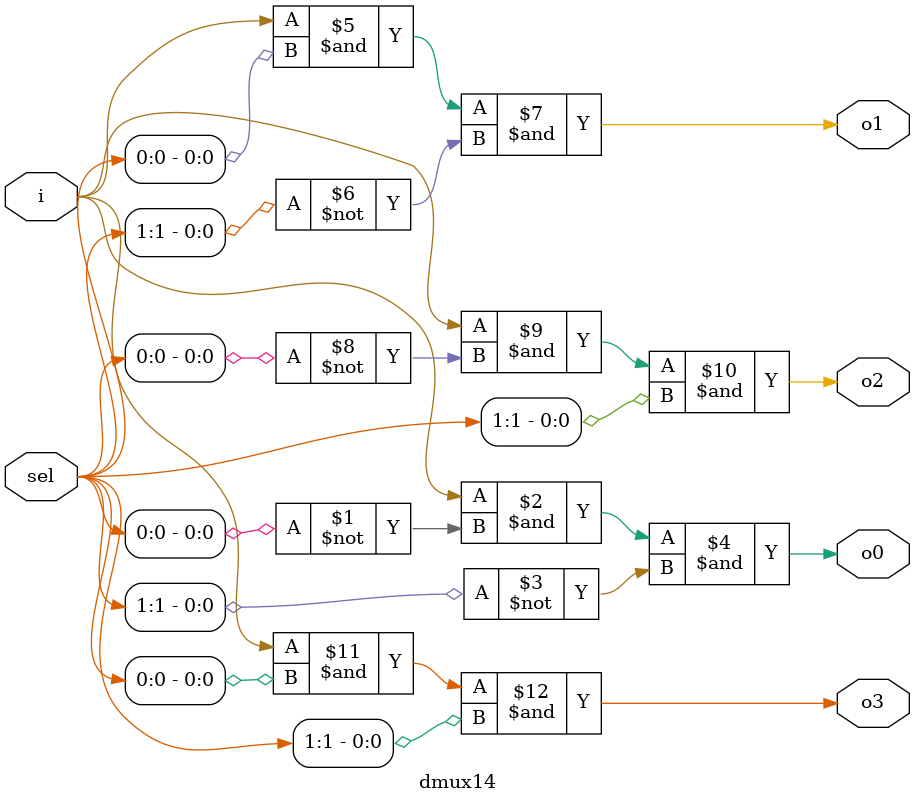
<source format=v>
module dmux14(i,sel,o0,o1,o2,o3);
input i;
input [1:0]sel;
output o0,o1,o2,o3;


assign o0 = i&(~sel[0])&(~sel[1]);
assign o1 = i&(sel[0])&(~sel[1]);
assign o2 = i&(~sel[0])&(sel[1]);
assign o3 = i&(sel[0])&(sel[1]);

endmodule

</source>
